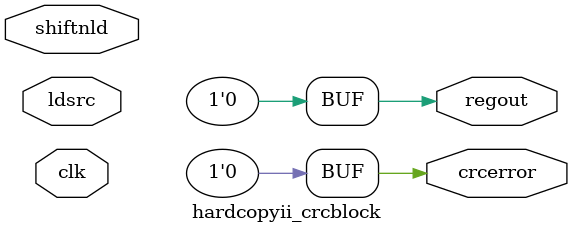
<source format=v>
module  hardcopyii_crcblock (
    clk,
    shiftnld,
   ldsrc,
    crcerror,
    regout);
input clk;
input shiftnld;
input ldsrc;
output crcerror;
output regout;
assign crcerror = 1'b0;
assign regout = 1'b0;
parameter oscillator_divider = 1;
parameter lpm_type = "hardcopyii_crcblock";
endmodule
</source>
